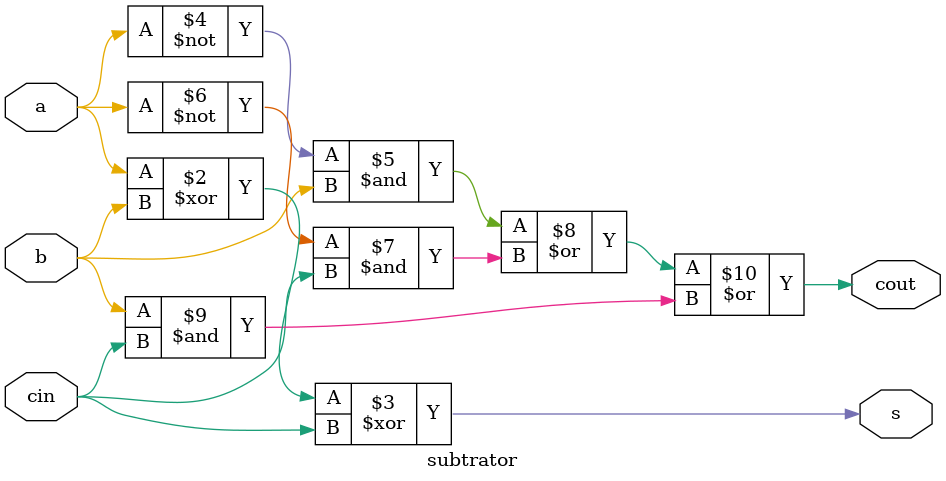
<source format=v>
module subtrator(a, b,cin, s, cout);
    input a, b,cin;
    output reg s,cout;

    always@(a,b,cin)begin
    s = (a ^ b) ^ cin;
    cout = (~a&b) | (~a&cin) | (b&cin);
    end
endmodule
</source>
